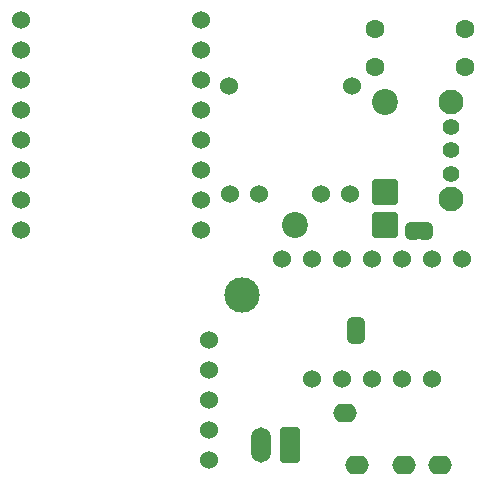
<source format=gbs>
G04 #@! TF.GenerationSoftware,KiCad,Pcbnew,9.0.2*
G04 #@! TF.CreationDate,2025-07-09T02:38:08-04:00*
G04 #@! TF.ProjectId,FBT,4642542e-6b69-4636-9164-5f7063625858,rev?*
G04 #@! TF.SameCoordinates,Original*
G04 #@! TF.FileFunction,Soldermask,Bot*
G04 #@! TF.FilePolarity,Negative*
%FSLAX46Y46*%
G04 Gerber Fmt 4.6, Leading zero omitted, Abs format (unit mm)*
G04 Created by KiCad (PCBNEW 9.0.2) date 2025-07-09 02:38:08*
%MOMM*%
%LPD*%
G01*
G04 APERTURE LIST*
G04 Aperture macros list*
%AMRoundRect*
0 Rectangle with rounded corners*
0 $1 Rounding radius*
0 $2 $3 $4 $5 $6 $7 $8 $9 X,Y pos of 4 corners*
0 Add a 4 corners polygon primitive as box body*
4,1,4,$2,$3,$4,$5,$6,$7,$8,$9,$2,$3,0*
0 Add four circle primitives for the rounded corners*
1,1,$1+$1,$2,$3*
1,1,$1+$1,$4,$5*
1,1,$1+$1,$6,$7*
1,1,$1+$1,$8,$9*
0 Add four rect primitives between the rounded corners*
20,1,$1+$1,$2,$3,$4,$5,0*
20,1,$1+$1,$4,$5,$6,$7,0*
20,1,$1+$1,$6,$7,$8,$9,0*
20,1,$1+$1,$8,$9,$2,$3,0*%
%AMFreePoly0*
4,1,23,0.500000,-0.750000,0.000000,-0.750000,0.000000,-0.745722,-0.065263,-0.745722,-0.191342,-0.711940,-0.304381,-0.646677,-0.396677,-0.554381,-0.461940,-0.441342,-0.495722,-0.315263,-0.495722,-0.250000,-0.500000,-0.250000,-0.500000,0.250000,-0.495722,0.250000,-0.495722,0.315263,-0.461940,0.441342,-0.396677,0.554381,-0.304381,0.646677,-0.191342,0.711940,-0.065263,0.745722,0.000000,0.745722,
0.000000,0.750000,0.500000,0.750000,0.500000,-0.750000,0.500000,-0.750000,$1*%
%AMFreePoly1*
4,1,23,0.000000,0.745722,0.065263,0.745722,0.191342,0.711940,0.304381,0.646677,0.396677,0.554381,0.461940,0.441342,0.495722,0.315263,0.495722,0.250000,0.500000,0.250000,0.500000,-0.250000,0.495722,-0.250000,0.495722,-0.315263,0.461940,-0.441342,0.396677,-0.554381,0.304381,-0.646677,0.191342,-0.711940,0.065263,-0.745722,0.000000,-0.745722,0.000000,-0.750000,-0.500000,-0.750000,
-0.500000,0.750000,0.000000,0.750000,0.000000,0.745722,0.000000,0.745722,$1*%
G04 Aperture macros list end*
%ADD10C,1.524000*%
%ADD11RoundRect,0.249999X0.850001X-0.850001X0.850001X0.850001X-0.850001X0.850001X-0.850001X-0.850001X0*%
%ADD12C,2.200000*%
%ADD13RoundRect,0.249999X0.850001X0.850001X-0.850001X0.850001X-0.850001X-0.850001X0.850001X-0.850001X0*%
%ADD14O,2.000000X1.600000*%
%ADD15C,2.100000*%
%ADD16C,1.400000*%
%ADD17RoundRect,0.250000X0.600000X1.250000X-0.600000X1.250000X-0.600000X-1.250000X0.600000X-1.250000X0*%
%ADD18O,1.700000X3.000000*%
%ADD19C,1.600000*%
%ADD20FreePoly0,180.000000*%
%ADD21FreePoly1,180.000000*%
%ADD22FreePoly0,270.000000*%
%ADD23FreePoly1,270.000000*%
%ADD24C,3.000000*%
G04 APERTURE END LIST*
G36*
X165150000Y-68300000D02*
G01*
X164850000Y-68300000D01*
X164850000Y-69800000D01*
X165150000Y-69800000D01*
X165150000Y-68300000D01*
G37*
G36*
X158950000Y-77350000D02*
G01*
X160450000Y-77350000D01*
X160450000Y-77650000D01*
X158950000Y-77650000D01*
X158950000Y-77350000D01*
G37*
D10*
X159300000Y-56800000D03*
X148900000Y-56800000D03*
X149000000Y-66000000D03*
X151500000Y-66000000D03*
X156700000Y-66000000D03*
X159200000Y-66000000D03*
X131316004Y-51261392D03*
X131316004Y-53801392D03*
X131316004Y-56341392D03*
X131316004Y-58881392D03*
X131316004Y-61421392D03*
X131316004Y-63961392D03*
X131316004Y-66501392D03*
X131276004Y-69041392D03*
X146516004Y-69041392D03*
X146516004Y-66501392D03*
X146516004Y-63961392D03*
X146516004Y-61421392D03*
X146516004Y-58881392D03*
X146516004Y-56341392D03*
X146516004Y-53801392D03*
X146516004Y-51261392D03*
D11*
X162100000Y-65800000D03*
D12*
X162100000Y-58180000D03*
D13*
X162100000Y-68600000D03*
D12*
X154480000Y-68600000D03*
D14*
X159755000Y-88900000D03*
X163755000Y-88900000D03*
X166755000Y-88900000D03*
X158755000Y-84500000D03*
D15*
X167700000Y-66350000D03*
X167700000Y-58150000D03*
D16*
X167700000Y-64250000D03*
X167700000Y-62250000D03*
X167700000Y-60250000D03*
D17*
X154100000Y-87200000D03*
D18*
X151600000Y-87200000D03*
D10*
X147200000Y-88480000D03*
X147200000Y-85940000D03*
X147200000Y-83400000D03*
X147200000Y-80860000D03*
X147200000Y-78320000D03*
X168640000Y-71500000D03*
X166100000Y-71500000D03*
X163560000Y-71500000D03*
X161020000Y-71500000D03*
X158480000Y-71500000D03*
X155940000Y-71500000D03*
X153400000Y-71500000D03*
X155940000Y-81660000D03*
X158480000Y-81660000D03*
X161020000Y-81660000D03*
X163560000Y-81660000D03*
X166100000Y-81660000D03*
D19*
X168870000Y-55200000D03*
X161250000Y-55200000D03*
X161280000Y-52000000D03*
X168900000Y-52000000D03*
D20*
X165650000Y-69050000D03*
D21*
X164350000Y-69050000D03*
D22*
X159700000Y-76850000D03*
D23*
X159700000Y-78150000D03*
D24*
X150000000Y-74500000D03*
M02*

</source>
